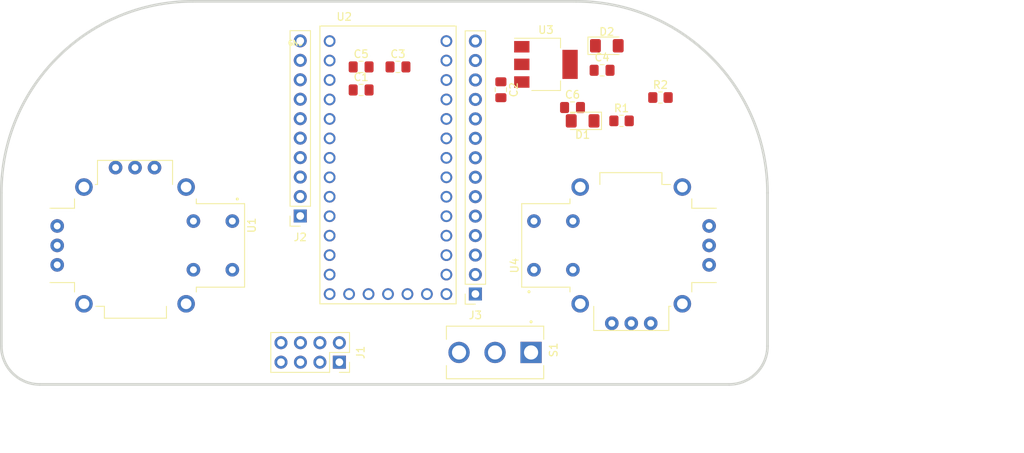
<source format=kicad_pcb>
(kicad_pcb (version 20211014) (generator pcbnew)
  (layers (0 "F.Cu" signal) (31 "B.Cu" signal) (34 "B.Paste" user) (35 "F.Paste" user) (36 "B.SilkS" user "B.Silkscreen") (37 "F.SilkS" user "F.Silkscreen") (38 "B.Mask" user) (39 "F.Mask" user) (44 "Edge.Cuts" user))
  (net 0 "")
  (net 1 "+5V")
  (net 2 "GND")
  (net 3 "3.3V")
  (net 4 "Net-(D1-Pad1)")
  (net 5 "MANUAL")
  (net 6 "Net-(D2-Pad1)")
  (net 7 "AUTO")
  (net 8 "CS")
  (net 9 "CE")
  (net 10 "MOSI")
  (net 11 "SCK")
  (net 13 "MISO")
  (net 14 "Net-(J2-Pad1)")
  (net 15 "Net-(J2-Pad2)")
  (net 16 "Net-(J2-Pad3)")
  (net 17 "LEFT_B")
  (net 18 "LEFT_H")
  (net 19 "LEFT_V")
  (net 20 "Net-(J2-Pad7)")
  (net 21 "Net-(J2-Pad8)")
  (net 22 "Net-(J2-Pad9)")
  (net 23 "AUTO_MODE")
  (net 24 "MANUAL_MODE")
  (net 25 "RIGHT_V")
  (net 26 "RIGHT_H")
  (net 27 "RIGHT_B")
  (net 28 "Net-(J3-Pad9)")
  (net 29 "Net-(J3-Pad10)")
  (net 30 "Net-(J3-Pad11)")
  (net 31 "Net-(J3-Pad12)")
  (footprint "Connector_PinSocket_2.54mm:PinSocket_1x14_P2.54mm_Vertical" (layer "F.Cu") (at 138.405 138.42 180)
    (fp_text reference "J3" (at 0 -2.77) (layer "F.SilkS"))
    (fp_text value "Conn_01x14_Female")
    (fp_line (start 0 -1.33) (end 1.33 -1.33) (layer "F.SilkS") (width 0.12))
    (fp_line (start 1.33 1.27) (end 1.33 34.35) (layer "F.SilkS") (width 0.12))
    (fp_line (start 1.33 -1.33) (end 1.33 0) (layer "F.SilkS") (width 0.12))
    (fp_line (start -1.33 1.27) (end 1.33 1.27) (layer "F.SilkS") (width 0.12))
    (fp_line (start -1.33 34.35) (end 1.33 34.35) (layer "F.SilkS") (width 0.12))
    (fp_line (start -1.33 1.27) (end -1.33 34.35) (layer "F.SilkS") (width 0.12))
    (pad "1" thru_hole rect (at 0 0 180) (size 1.7 1.7) (drill 1) (layers *.Cu *.Mask) (net 11 "SCK"))
    (pad "2" thru_hole oval (at 0 2.54 180) (size 1.7 1.7) (drill 1) (layers *.Cu *.Mask) (net 7 "AUTO"))
    (pad "3" thru_hole oval (at 0 5.08 180) (size 1.7 1.7) (drill 1) (layers *.Cu *.Mask) (net 5 "MANUAL"))
    (pad "4" thru_hole oval (at 0 7.62 180) (size 1.7 1.7) (drill 1) (layers *.Cu *.Mask) (net 23 "AUTO_MODE"))
    (pad "5" thru_hole oval (at 0 10.16 180) (size 1.7 1.7) (drill 1) (layers *.Cu *.Mask) (net 24 "MANUAL_MODE"))
    (pad "6" thru_hole oval (at 0 12.7 180) (size 1.7 1.7) (drill 1) (layers *.Cu *.Mask) (net 25 "RIGHT_V"))
    (pad "7" thru_hole oval (at 0 15.24 180) (size 1.7 1.7) (drill 1) (layers *.Cu *.Mask) (net 26 "RIGHT_H"))
    (pad "8" thru_hole oval (at 0 17.78 180) (size 1.7 1.7) (drill 1) (layers *.Cu *.Mask) (net 27 "RIGHT_B"))
    (pad "9" thru_hole oval (at 0 20.32 180) (size 1.7 1.7) (drill 1) (layers *.Cu *.Mask) (net 28 "Net-(J3-Pad9)"))
    (pad "10" thru_hole oval (at 0 22.86 180) (size 1.7 1.7) (drill 1) (layers *.Cu *.Mask) (net 29 "Net-(J3-Pad10)"))
    (pad "11" thru_hole oval (at 0 25.4 180) (size 1.7 1.7) (drill 1) (layers *.Cu *.Mask) (net 30 "Net-(J3-Pad11)"))
    (pad "12" thru_hole oval (at 0 27.94 180) (size 1.7 1.7) (drill 1) (layers *.Cu *.Mask) (net 31 "Net-(J3-Pad12)"))
    (pad "13" thru_hole oval (at 0 30.48 180) (size 1.7 1.7) (drill 1) (layers *.Cu *.Mask) (net 2 "GND"))
    (pad "14" thru_hole oval (at 0 33.02 180) (size 1.7 1.7) (drill 1) (layers *.Cu *.Mask) (net 1 "+5V"))
  )
  (footprint "COM-09032-Analog_Stick:XDCR_COM-09032" (layer "F.Cu") (at 93.98 132.08 -90)
    (fp_text reference "U1" (at -2.625 -15.235 90) (layer "F.SilkS"))
    (fp_text value "LEFT_STICK")
    (fp_line (start 9.5 4) (end 7.95 4) (layer "F.SilkS") (width 0.127))
    (fp_line (start 5.45 -8) (end 6.08 -8) (layer "F.SilkS") (width 0.127))
    (fp_line (start 4.85 7.9) (end 4.85 11.1) (layer "F.SilkS") (width 0.127))
    (fp_line (start -4.85 7.9) (end -6.07 7.9) (layer "F.SilkS") (width 0.127))
    (fp_line (start -6.07 -8) (end -5.45 -8) (layer "F.SilkS") (width 0.127))
    (fp_line (start -11.1 4.9) (end -11.1 -4.9) (layer "F.SilkS") (width 0.127))
    (fp_line (start -11.1 -4.9) (end -7.95 -4.9) (layer "F.SilkS") (width 0.127))
    (fp_line (start 9.5 -4.1) (end 9.5 4) (layer "F.SilkS") (width 0.127))
    (fp_line (start 7.95 4) (end 7.95 5.12) (layer "F.SilkS") (width 0.127))
    (fp_line (start 5.45 -14.3) (end 5.45 -8) (layer "F.SilkS") (width 0.127))
    (fp_line (start -4.85 11.1) (end -4.85 7.9) (layer "F.SilkS") (width 0.127))
    (fp_line (start 6.08 7.9) (end 4.85 7.9) (layer "F.SilkS") (width 0.127))
    (fp_line (start -5.45 -8) (end -5.45 -14.3) (layer "F.SilkS") (width 0.127))
    (fp_line (start -5.45 -14.3) (end 5.45 -14.3) (layer "F.SilkS") (width 0.127))
    (fp_line (start 7.95 -4.1) (end 9.5 -4.1) (layer "F.SilkS") (width 0.127))
    (fp_line (start -7.95 4.9) (end -11.1 4.9) (layer "F.SilkS") (width 0.127))
    (fp_line (start -7.95 5.17) (end -7.95 4.9) (layer "F.SilkS") (width 0.127))
    (fp_circle (center -6.05 -13.35) (end -5.95 -13.35) (layer "F.SilkS") (width 0.2) (fill none))
    (pad "B1A" thru_hole circle locked (at -3.175 -12.7 270) (size 1.778 1.778) (drill 0.9) (layers *.Cu *.Mask) (net 17 "LEFT_B"))
    (pad "B1B" thru_hole circle locked (at 3.175 -12.7 270) (size 1.778 1.778) (drill 0.9) (layers *.Cu *.Mask))
    (pad "B2A" thru_hole circle locked (at -3.175 -7.62 270) (size 1.778 1.778) (drill 0.9) (layers *.Cu *.Mask) (net 2 "GND"))
    (pad "B2B" thru_hole circle locked (at 3.175 -7.62 270) (size 1.778 1.778) (drill 0.9) (layers *.Cu *.Mask))
    (pad "H1" thru_hole circle locked (at -2.54 10.16 270) (size 1.778 1.778) (drill 0.889) (layers *.Cu *.Mask) (net 3 "3.3V"))
    (pad "H2" thru_hole circle locked (at 0 10.16 270) (size 1.778 1.778) (drill 0.889) (layers *.Cu *.Mask) (net 18 "LEFT_H"))
    (pad "H3" thru_hole circle locked (at 2.54 10.16 270) (size 1.778 1.778) (drill 0.889) (layers *.Cu *.Mask) (net 2 "GND"))
    (pad "S1" thru_hole circle locked (at -7.62 -6.6675 270) (size 2.286 2.286) (drill 1.397) (layers *.Cu *.Mask) (net 2 "GND"))
    (pad "S2" thru_hole circle locked (at -7.62 6.6675 270) (size 2.286 2.286) (drill 1.397) (layers *.Cu *.Mask) (net 2 "GND"))
    (pad "S3" thru_hole circle locked (at 7.62 6.6675 270) (size 2.286 2.286) (drill 1.397) (layers *.Cu *.Mask) (net 2 "GND"))
    (pad "S4" thru_hole circle locked (at 7.62 -6.6675 270) (size 2.286 2.286) (drill 1.397) (layers *.Cu *.Mask) (net 2 "GND"))
    (pad "V1" thru_hole circle locked (at -10.16 -2.54 270) (size 1.778 1.778) (drill 0.889) (layers *.Cu *.Mask) (net 3 "3.3V"))
    (pad "V2" thru_hole circle locked (at -10.16 0 270) (size 1.778 1.778) (drill 0.889) (layers *.Cu *.Mask) (net 19 "LEFT_V"))
    (pad "V3" thru_hole circle locked (at -10.16 2.54 270) (size 1.778 1.778) (drill 0.889) (layers *.Cu *.Mask) (net 2 "GND"))
  )
  (footprint "SPDT_Toggle_Switch:SW_100SP1T1B4M2QE" (layer "F.Cu") (at 140.97 146.05 -90)
    (fp_text reference "S1" (at -0.325 -7.635 90) (layer "F.SilkS"))
    (fp_text value "SW_SPDT_MODE")
    (fp_line (start -3.43 6.35) (end -3.43 -6.35) (layer "F.SilkS") (width 0.127))
    (fp_line (start -1.71 -6.35) (end -3.43 -6.35) (layer "F.SilkS") (width 0.127))
    (fp_line (start 3.43 -6.35) (end 1.71 -6.35) (layer "F.SilkS") (width 0.127))
    (fp_line (start 3.43 -6.35) (end 3.43 6.35) (layer "F.SilkS") (width 0.127))
    (fp_line (start -1.71 6.35) (end -3.43 6.35) (layer "F.SilkS") (width 0.127))
    (fp_line (start 3.43 6.35) (end 1.71 6.35) (layer "F.SilkS") (width 0.127))
    (fp_circle (center -4 -4.7) (end -3.9 -4.7) (layer "F.SilkS") (width 0.2) (fill none))
    (pad "1" thru_hole rect locked (at 0 -4.7 270) (size 2.775 2.775) (drill 1.85) (layers *.Cu *.Mask) (net 24 "MANUAL_MODE"))
    (pad "2" thru_hole circle locked (at 0 0 270) (size 2.775 2.775) (drill 1.85) (layers *.Cu *.Mask) (net 2 "GND"))
    (pad "3" thru_hole circle locked (at 0 4.7 270) (size 2.775 2.775) (drill 1.85) (layers *.Cu *.Mask) (net 23 "AUTO_MODE"))
  )
  (footprint "LED_SMD:LED_1206_3216Metric_Pad1.42x1.75mm_HandSolder" (layer "F.Cu") (at 152.4 115.824 180)
    (fp_text reference "D1" (at 0 -1.82) (layer "F.SilkS"))
    (fp_text value "MANUAL")
    (fp_line (start -2.46 1.135) (end 1.6 1.135) (layer "F.SilkS") (width 0.12))
    (fp_line (start 1.6 -1.135) (end -2.46 -1.135) (layer "F.SilkS") (width 0.12))
    (fp_line (start -2.46 -1.135) (end -2.46 1.135) (layer "F.SilkS") (width 0.12))
    (pad "1" smd roundrect (at -1.4875 0 180) (size 1.425 1.75) (layers "F.Cu" "F.Paste" "F.Mask") (roundrect_rratio 0.175439) (net 4 "Net-(D1-Pad1)"))
    (pad "2" smd roundrect (at 1.4875 0 180) (size 1.425 1.75) (layers "F.Cu" "F.Paste" "F.Mask") (roundrect_rratio 0.175439) (net 5 "MANUAL"))
  )
  (footprint "Package_TO_SOT_SMD:SOT-223-3_TabPin2" (layer "F.Cu") (at 147.61 108.45)
    (fp_text reference "U3" (at 0 -4.5) (layer "F.SilkS"))
    (fp_text value "LD1117S33TR_SOT223")
    (fp_line (start -1.85 3.41) (end 1.91 3.41) (layer "F.SilkS") (width 0.12))
    (fp_line (start 1.91 -3.41) (end 1.91 -2.15) (layer "F.SilkS") (width 0.12))
    (fp_line (start -4.1 -3.41) (end 1.91 -3.41) (layer "F.SilkS") (width 0.12))
    (fp_line (start 1.91 3.41) (end 1.91 2.15) (layer "F.SilkS") (width 0.12))
    (pad "1" smd rect (at -3.15 -2.3) (size 2 1.5) (layers "F.Cu" "F.Paste" "F.Mask") (net 2 "GND"))
    (pad "2" smd rect (at -3.15 0) (size 2 1.5) (layers "F.Cu" "F.Paste" "F.Mask") (net 3 "3.3V"))
    (pad "2" smd rect (at 3.15 0) (size 2 3.8) (layers "F.Cu" "F.Paste" "F.Mask") (net 3 "3.3V"))
    (pad "3" smd rect (at -3.15 2.3) (size 2 1.5) (layers "F.Cu" "F.Paste" "F.Mask") (net 1 "+5V"))
  )
  (footprint "Capacitor_SMD:C_0805_2012Metric_Pad1.18x1.45mm_HandSolder" (layer "F.Cu") (at 141.732 111.76 -90)
    (fp_text reference "C2" (at 0 -1.68 90) (layer "F.SilkS"))
    (fp_text value "100n")
    (fp_line (start -0.261252 -0.735) (end 0.261252 -0.735) (layer "F.SilkS") (width 0.12))
    (fp_line (start -0.261252 0.735) (end 0.261252 0.735) (layer "F.SilkS") (width 0.12))
    (pad "1" smd roundrect (at -1.0375 0 270) (size 1.175 1.45) (layers "F.Cu" "F.Paste" "F.Mask") (roundrect_rratio 0.212766) (net 1 "+5V"))
    (pad "2" smd roundrect (at 1.0375 0 270) (size 1.175 1.45) (layers "F.Cu" "F.Paste" "F.Mask") (roundrect_rratio 0.212766) (net 2 "GND"))
  )
  (footprint "Connector_PinSocket_2.54mm:PinSocket_2x04_P2.54mm_Vertical" (layer "F.Cu") (at 120.65 147.32 -90)
    (fp_text reference "J1" (at -1.27 -2.77 90) (layer "F.SilkS"))
    (fp_text value "NRF24L01")
    (fp_line (start 0 -1.33) (end 1.33 -1.33) (layer "F.SilkS") (width 0.12))
    (fp_line (start -3.87 8.95) (end 1.33 8.95) (layer "F.SilkS") (width 0.12))
    (fp_line (start 1.33 -1.33) (end 1.33 0) (layer "F.SilkS") (width 0.12))
    (fp_line (start -3.87 -1.33) (end -3.87 8.95) (layer "F.SilkS") (width 0.12))
    (fp_line (start 1.33 1.27) (end 1.33 8.95) (layer "F.SilkS") (width 0.12))
    (fp_line (start -1.27 -1.33) (end -1.27 1.27) (layer "F.SilkS") (width 0.12))
    (fp_line (start -3.87 -1.33) (end -1.27 -1.33) (layer "F.SilkS") (width 0.12))
    (fp_line (start -1.27 1.27) (end 1.33 1.27) (layer "F.SilkS") (width 0.12))
    (pad "1" thru_hole rect (at 0 0 270) (size 1.7 1.7) (drill 1) (layers *.Cu *.Mask) (net 3 "3.3V"))
    (pad "2" thru_hole oval (at -2.54 0 270) (size 1.7 1.7) (drill 1) (layers *.Cu *.Mask) (net 2 "GND"))
    (pad "3" thru_hole oval (at 0 2.54 270) (size 1.7 1.7) (drill 1) (layers *.Cu *.Mask) (net 8 "CS"))
    (pad "4" thru_hole oval (at -2.54 2.54 270) (size 1.7 1.7) (drill 1) (layers *.Cu *.Mask) (net 9 "CE"))
    (pad "5" thru_hole oval (at 0 5.08 270) (size 1.7 1.7) (drill 1) (layers *.Cu *.Mask) (net 10 "MOSI"))
    (pad "6" thru_hole oval (at -2.54 5.08 270) (size 1.7 1.7) (drill 1) (layers *.Cu *.Mask) (net 11 "SCK"))
    (pad "7" thru_hole oval (at 0 7.62 270) (size 1.7 1.7) (drill 1) (layers *.Cu *.Mask))
    (pad "8" thru_hole oval (at -2.54 7.62 270) (size 1.7 1.7) (drill 1) (layers *.Cu *.Mask) (net 13 "MISO"))
  )
  (footprint "Capacitor_SMD:C_0805_2012Metric_Pad1.18x1.45mm_HandSolder" (layer "F.Cu") (at 151.08 114.08)
    (fp_text reference "C6" (at 0 -1.68) (layer "F.SilkS"))
    (fp_text value "10u")
    (fp_line (start -0.261252 0.735) (end 0.261252 0.735) (layer "F.SilkS") (width 0.12))
    (fp_line (start -0.261252 -0.735) (end 0.261252 -0.735) (layer "F.SilkS") (width 0.12))
    (pad "1" smd roundrect (at -1.0375 0) (size 1.175 1.45) (layers "F.Cu" "F.Paste" "F.Mask") (roundrect_rratio 0.212766) (net 3 "3.3V"))
    (pad "2" smd roundrect (at 1.0375 0) (size 1.175 1.45) (layers "F.Cu" "F.Paste" "F.Mask") (roundrect_rratio 0.212766) (net 2 "GND"))
  )
  (footprint "Capacitor_SMD:C_0805_2012Metric_Pad1.18x1.45mm_HandSolder" (layer "F.Cu") (at 154.94 109.22)
    (fp_text reference "C4" (at 0 -1.68) (layer "F.SilkS"))
    (fp_text value "100n")
    (fp_line (start -0.261252 -0.735) (end 0.261252 -0.735) (layer "F.SilkS") (width 0.12))
    (fp_line (start -0.261252 0.735) (end 0.261252 0.735) (layer "F.SilkS") (width 0.12))
    (pad "1" smd roundrect (at -1.0375 0) (size 1.175 1.45) (layers "F.Cu" "F.Paste" "F.Mask") (roundrect_rratio 0.212766) (net 3 "3.3V"))
    (pad "2" smd roundrect (at 1.0375 0) (size 1.175 1.45) (layers "F.Cu" "F.Paste" "F.Mask") (roundrect_rratio 0.212766) (net 2 "GND"))
  )
  (footprint "LED_SMD:LED_1206_3216Metric_Pad1.42x1.75mm_HandSolder" (layer "F.Cu") (at 155.555 106.02)
    (fp_text reference "D2" (at 0 -1.82) (layer "F.SilkS"))
    (fp_text value "AUTO")
    (fp_line (start 1.6 -1.135) (end -2.46 -1.135) (layer "F.SilkS") (width 0.12))
    (fp_line (start -2.46 1.135) (end 1.6 1.135) (layer "F.SilkS") (width 0.12))
    (fp_line (start -2.46 -1.135) (end -2.46 1.135) (layer "F.SilkS") (width 0.12))
    (pad "1" smd roundrect (at -1.4875 0) (size 1.425 1.75) (layers "F.Cu" "F.Paste" "F.Mask") (roundrect_rratio 0.175439) (net 6 "Net-(D2-Pad1)"))
    (pad "2" smd roundrect (at 1.4875 0) (size 1.425 1.75) (layers "F.Cu" "F.Paste" "F.Mask") (roundrect_rratio 0.175439) (net 7 "AUTO"))
  )
  (footprint "Capacitor_SMD:C_0805_2012Metric_Pad1.18x1.45mm_HandSolder" (layer "F.Cu") (at 123.49 111.79)
    (fp_text reference "C1" (at 0 -1.68) (layer "F.SilkS"))
    (fp_text value "4.7u")
    (fp_line (start -0.261252 -0.735) (end 0.261252 -0.735) (layer "F.SilkS") (width 0.12))
    (fp_line (start -0.261252 0.735) (end 0.261252 0.735) (layer "F.SilkS") (width 0.12))
    (pad "1" smd roundrect (at -1.0375 0) (size 1.175 1.45) (layers "F.Cu" "F.Paste" "F.Mask") (roundrect_rratio 0.212766) (net 1 "+5V"))
    (pad "2" smd roundrect (at 1.0375 0) (size 1.175 1.45) (layers "F.Cu" "F.Paste" "F.Mask") (roundrect_rratio 0.212766) (net 2 "GND"))
  )
  (footprint "Connector_PinSocket_2.54mm:PinSocket_1x10_P2.54mm_Vertical" (layer "F.Cu") (at 115.545 128.24 180)
    (fp_text reference "J2" (at 0 -2.77) (layer "F.SilkS"))
    (fp_text value "Conn_01x10_Female")
    (fp_line (start -1.33 24.19) (end 1.33 24.19) (layer "F.SilkS") (width 0.12))
    (fp_line (start 0 -1.33) (end 1.33 -1.33) (layer "F.SilkS") (width 0.12))
    (fp_line (start 1.33 -1.33) (end 1.33 0) (layer "F.SilkS") (width 0.12))
    (fp_line (start -1.33 1.27) (end -1.33 24.19) (layer "F.SilkS") (width 0.12))
    (fp_line (start -1.33 1.27) (end 1.33 1.27) (layer "F.SilkS") (width 0.12))
    (fp_line (start 1.33 1.27) (end 1.33 24.19) (layer "F.SilkS") (width 0.12))
    (pad "1" thru_hole rect (at 0 0 180) (size 1.7 1.7) (drill 1) (layers *.Cu *.Mask) (net 14 "Net-(J2-Pad1)"))
    (pad "2" thru_hole oval (at 0 2.54 180) (size 1.7 1.7) (drill 1) (layers *.Cu *.Mask) (net 15 "Net-(J2-Pad2)"))
    (pad "3" thru_hole oval (at 0 5.08 180) (size 1.7 1.7) (drill 1) (layers *.Cu *.Mask) (net 16 "Net-(J2-Pad3)"))
    (pad "4" thru_hole oval (at 0 7.62 180) (size 1.7 1.7) (drill 1) (layers *.Cu *.Mask) (net 17 "LEFT_B"))
    (pad "5" thru_hole oval (at 0 10.16 180) (size 1.7 1.7) (drill 1) (layers *.Cu *.Mask) (net 18 "LEFT_H"))
    (pad "6" thru_hole oval (at 0 12.7 180) (size 1.7 1.7) (drill 1) (layers *.Cu *.Mask) (net 19 "LEFT_V"))
    (pad "7" thru_hole oval (at 0 15.24 180) (size 1.7 1.7) (drill 1) (layers *.Cu *.Mask) (net 20 "Net-(J2-Pad7)"))
    (pad "8" thru_hole oval (at 0 17.78 180) (size 1.7 1.7) (drill 1) (layers *.Cu *.Mask) (net 21 "Net-(J2-Pad8)"))
    (pad "9" thru_hole oval (at 0 20.32 180) (size 1.7 1.7) (drill 1) (layers *.Cu *.Mask) (net 22 "Net-(J2-Pad9)"))
    (pad "10" thru_hole oval (at 0 22.86 180) (size 1.7 1.7) (drill 1) (layers *.Cu *.Mask) (net 2 "GND"))
  )
  (footprint "Teensy 4.0:MODULE_DEV-15583" (layer "F.Cu") (at 127 121.92)
    (fp_text reference "U2" (at -5.715 -19.685) (layer "F.SilkS"))
    (fp_text value "Teensy4.0")
    (fp_text user "GND" (at -12.065 -16.256) (layer "F.SilkS") (effects (font (size 0.64 0.64))))
    (fp_line (start 8.89 17.78) (end -8.89 17.78) (layer "F.SilkS") (width 0.127))
    (fp_line (start -8.89 17.78) (end -8.89 -18.48) (layer "F.SilkS") (width 0.127))
    (fp_line (start -8.89 -18.48) (end 8.89 -18.48) (layer "F.SilkS") (width 0.127))
    (fp_line (start 8.89 -18.48) (end 8.89 17.78) (layer "F.SilkS") (width 0.127))
    (pad "0" thru_hole circle (at -7.62 -13.97) (size 1.53 1.53) (drill 1.02) (layers *.Cu *.Mask) (net 22 "Net-(J2-Pad9)"))
    (pad "1" thru_hole circle (at -7.62 -11.43) (size 1.53 1.53) (drill 1.02) (layers *.Cu *.Mask) (net 21 "Net-(J2-Pad8)"))
    (pad "2" thru_hole circle (at -7.62 -8.89) (size 1.53 1.53) (drill 1.02) (layers *.Cu *.Mask) (net 20 "Net-(J2-Pad7)"))
    (pad "3" thru_hole circle (at -7.62 -6.35) (size 1.53 1.53) (drill 1.02) (layers *.Cu *.Mask) (net 19 "LEFT_V"))
    (pad "3.3V_1" thru_hole circle (at -2.54 16.51) (size 1.53 1.53) (drill 1.02) (layers *.Cu *.Mask))
    (pad "3.3V_2" thru_hole circle (at 7.62 -11.43) (size 1.53 1.53) (drill 1.02) (layers *.Cu *.Mask) (net 31 "Net-(J3-Pad12)"))
    (pad "4" thru_hole circle (at -7.62 -3.81) (size 1.53 1.53) (drill 1.02) (layers *.Cu *.Mask) (net 18 "LEFT_H"))
    (pad "5" thru_hole circle (at -7.62 -1.27) (size 1.53 1.53) (drill 1.02) (layers *.Cu *.Mask) (net 17 "LEFT_B"))
    (pad "6" thru_hole circle (at -7.62 1.27) (size 1.53 1.53) (drill 1.02) (layers *.Cu *.Mask) (net 16 "Net-(J2-Pad3)"))
    (pad "7" thru_hole circle (at -7.62 3.81) (size 1.53 1.53) (drill 1.02) (layers *.Cu *.Mask) (net 15 "Net-(J2-Pad2)"))
    (pad "8" thru_hole circle (at -7.62 6.35) (size 1.53 1.53) (drill 1.02) (layers *.Cu *.Mask) (net 14 "Net-(J2-Pad1)"))
    (pad "9" thru_hole circle (at -7.62 8.89) (size 1.53 1.53) (drill 1.02) (layers *.Cu *.Mask) (net 9 "CE"))
    (pad "10" thru_hole circle (at -7.62 11.43) (size 1.53 1.53) (drill 1.02) (layers *.Cu *.Mask) (net 8 "CS"))
    (pad "11" thru_hole circle (at -7.62 13.97) (size 1.53 1.53) (drill 1.02) (layers *.Cu *.Mask) (net 10 "MOSI"))
    (pad "12" thru_hole circle (at -7.62 16.51) (size 1.53 1.53) (drill 1.02) (layers *.Cu *.Mask) (net 13 "MISO"))
    (pad "13" thru_hole circle (at 7.62 16.51) (size 1.53 1.53) (drill 1.02) (layers *.Cu *.Mask) (net 11 "SCK"))
    (pad "14" thru_hole circle (at 7.62 13.97) (size 1.53 1.53) (drill 1.02) (layers *.Cu *.Mask) (net 7 "AUTO"))
    (pad "15" thru_hole circle (at 7.62 11.43) (size 1.53 1.53) (drill 1.02) (layers *.Cu *.Mask) (net 5 "MANUAL"))
    (pad "16" thru_hole circle (at 7.62 8.89) (size 1.53 1.53) (drill 1.02) (layers *.Cu *.Mask) (net 23 "AUTO_MODE"))
    (pad "17" thru_hole circle (at 7.62 6.35) (size 1.53 1.53) (drill 1.02) (layers *.Cu *.Mask) (net 24 "MANUAL_MODE"))
    (pad "18" thru_hole circle (at 7.62 3.81) (size 1.53 1.53) (drill 1.02) (layers *.Cu *.Mask) (net 25 "RIGHT_V"))
    (pad "19" thru_hole circle (at 7.62 1.27) (size 1.53 1.53) (drill 1.02) (layers *.Cu *.Mask) (net 26 "RIGHT_H"))
    (pad "20" thru_hole circle (at 7.62 -1.27) (size 1.53 1.53) (drill 1.02) (layers *.Cu *.Mask) (net 27 "RIGHT_B"))
    (pad "21" thru_hole circle (at 7.62 -3.81) (size 1.53 1.53) (drill 1.02) (layers *.Cu *.Mask) (net 28 "Net-(J3-Pad9)"))
    (pad "22" thru_hole circle (at 7.62 -6.35) (size 1.53 1.53) (drill 1.02) (layers *.Cu *.Mask) (net 29 "Net-(J3-Pad10)"))
    (pad "23" thru_hole circle (at 7.62 -8.89) (size 1.53 1.53) (drill 1.02) (layers *.Cu *.Mask) (net 30 "Net-(J3-Pad11)"))
    (pad "G1" thru_hole circle (at -7.62 -16.51) (size 1.53 1.53) (drill 1.02) (layers *.Cu *.Mask) (net 2 "GND"))
    (pad "G2" thru_hole circle (at 0 16.51) (size 1.53 1.53) (drill 1.02) (layers *.Cu *.Mask) (net 2 "GND"))
    (pad "G3" thru_hole circle (at 7.62 -13.97) (size 1.53 1.53) (drill 1.02) (layers *.Cu *.Mask) (net 2 "GND"))
    (pad "ON-OFF" thru_hole circle (at 5.08 16.51) (size 1.53 1.53) (drill 1.02) (layers *.Cu *.Mask))
    (pad "PGM" thru_hole circle (at 2.54 16.51) (size 1.53 1.53) (drill 1.02) (layers *.Cu *.Mask))
    (pad "VBAT" thru_hole circle (at -5.08 16.51) (size 1.53 1.53) (drill 1.02) (layers *.Cu *.Mask))
    (pad "VIN" thru_hole circle (at 7.62 -16.51) (size 1.53 1.53) (drill 1.02) (layers *.Cu *.Mask) (net 1 "+5V"))
  )
  (footprint "Capacitor_SMD:C_0805_2012Metric_Pad1.18x1.45mm_HandSolder" (layer "F.Cu") (at 128.3 108.78)
    (fp_text reference "C3" (at 0 -1.68) (layer "F.SilkS"))
    (fp_text value "4.7u")
    (fp_line (start -0.261252 0.735) (end 0.261252 0.735) (layer "F.SilkS") (width 0.12))
    (fp_line (start -0.261252 -0.735) (end 0.261252 -0.735) (layer "F.SilkS") (width 0.12))
    (pad "1" smd roundrect (at -1.0375 0) (size 1.175 1.45) (layers "F.Cu" "F.Paste" "F.Mask") (roundrect_rratio 0.212766) (net 3 "3.3V"))
    (pad "2" smd roundrect (at 1.0375 0) (size 1.175 1.45) (layers "F.Cu" "F.Paste" "F.Mask") (roundrect_rratio 0.212766) (net 2 "GND"))
  )
  (footprint "COM-09032-Analog_Stick:XDCR_COM-09032" (layer "F.Cu") (at 158.75 132.08 90)
    (fp_text reference "U4" (at -2.625 -15.235 90) (layer "F.SilkS"))
    (fp_text value "RIGHT_STICK")
    (fp_line (start -7.95 4.9) (end -11.1 4.9) (layer "F.SilkS") (width 0.127))
    (fp_line (start -11.1 -4.9) (end -7.95 -4.9) (layer "F.SilkS") (width 0.127))
    (fp_line (start -4.85 7.9) (end -6.07 7.9) (layer "F.SilkS") (width 0.127))
    (fp_line (start -11.1 4.9) (end -11.1 -4.9) (layer "F.SilkS") (width 0.127))
    (fp_line (start -4.85 11.1) (end -4.85 7.9) (layer "F.SilkS") (width 0.127))
    (fp_line (start 5.45 -8) (end 6.08 -8) (layer "F.SilkS") (width 0.127))
    (fp_line (start 9.5 4) (end 7.95 4) (layer "F.SilkS") (width 0.127))
    (fp_line (start -5.45 -8) (end -5.45 -14.3) (layer "F.SilkS") (width 0.127))
    (fp_line (start 4.85 7.9) (end 4.85 11.1) (layer "F.SilkS") (width 0.127))
    (fp_line (start 9.5 -4.1) (end 9.5 4) (layer "F.SilkS") (width 0.127))
    (fp_line (start 6.08 7.9) (end 4.85 7.9) (layer "F.SilkS") (width 0.127))
    (fp_line (start 5.45 -14.3) (end 5.45 -8) (layer "F.SilkS") (width 0.127))
    (fp_line (start -7.95 5.17) (end -7.95 4.9) (layer "F.SilkS") (width 0.127))
    (fp_line (start -6.07 -8) (end -5.45 -8) (layer "F.SilkS") (width 0.127))
    (fp_line (start -5.45 -14.3) (end 5.45 -14.3) (layer "F.SilkS") (width 0.127))
    (fp_line (start 7.95 -4.1) (end 9.5 -4.1) (layer "F.SilkS") (width 0.127))
    (fp_line (start 7.95 4) (end 7.95 5.12) (layer "F.SilkS") (width 0.127))
    (fp_circle (center -6.05 -13.35) (end -5.95 -13.35) (layer "F.SilkS") (width 0.2) (fill none))
    (pad "B1A" thru_hole circle locked (at -3.175 -12.7 90) (size 1.778 1.778) (drill 0.9) (layers *.Cu *.Mask) (net 27 "RIGHT_B"))
    (pad "B1B" thru_hole circle locked (at 3.175 -12.7 90) (size 1.778 1.778) (drill 0.9) (layers *.Cu *.Mask))
    (pad "B2A" thru_hole circle locked (at -3.175 -7.62 90) (size 1.778 1.778) (drill 0.9) (layers *.Cu *.Mask) (net 2 "GND"))
    (pad "B2B" thru_hole circle locked (at 3.175 -7.62 90) (size 1.778 1.778) (drill 0.9) (layers *.Cu *.Mask))
    (pad "H1" thru_hole circle locked (at -2.54 10.16 90) (size 1.778 1.778) (drill 0.889) (layers *.Cu *.Mask) (net 3 "3.3V"))
    (pad "H2" thru_hole circle locked (at 0 10.16 90) (size 1.778 1.778) (drill 0.889) (layers *.Cu *.Mask) (net 26 "RIGHT_H"))
    (pad "H3" thru_hole circle locked (at 2.54 10.16 90) (size 1.778 1.778) (drill 0.889) (layers *.Cu *.Mask) (net 2 "GND"))
    (pad "S1" thru_hole circle locked (at -7.62 -6.6675 90) (size 2.286 2.286) (drill 1.397) (layers *.Cu *.Mask) (net 2 "GND"))
    (pad "S2" thru_hole circle locked (at -7.62 6.6675 90) (size 2.286 2.286) (drill 1.397) (layers *.Cu *.Mask) (net 2 "GND"))
    (pad "S3" thru_hole circle locked (at 7.62 6.6675 90) (size 2.286 2.286) (drill 1.397) (layers *.Cu *.Mask) (net 2 "GND"))
    (pad "S4" thru_hole circle locked (at 7.62 -6.6675 90) (size 2.286 2.286) (drill 1.397) (layers *.Cu *.Mask) (net 2 "GND"))
    (pad "V1" thru_hole circle locked (at -10.16 -2.54 90) (size 1.778 1.778) (drill 0.889) (layers *.Cu *.Mask) (net 3 "3.3V"))
    (pad "V2" thru_hole circle locked (at -10.16 0 90) (size 1.778 1.778) (drill 0.889) (layers *.Cu *.Mask) (net 25 "RIGHT_V"))
    (pad "V3" thru_hole circle locked (at -10.16 2.54 90) (size 1.778 1.778) (drill 0.889) (layers *.Cu *.Mask) (net 2 "GND"))
  )
  (footprint "Resistor_SMD:R_0805_2012Metric_Pad1.20x1.40mm_HandSolder" (layer "F.Cu") (at 162.56 112.776)
    (fp_text reference "R2" (at 0 -1.65) (layer "F.SilkS"))
    (fp_text value "220R")
    (fp_line (start -0.227064 0.735) (end 0.227064 0.735) (layer "F.SilkS") (width 0.12))
    (fp_line (start -0.227064 -0.735) (end 0.227064 -0.735) (layer "F.SilkS") (width 0.12))
    (pad "1" smd roundrect (at -1 0) (size 1.2 1.4) (layers "F.Cu" "F.Paste" "F.Mask") (roundrect_rratio 0.208333) (net 6 "Net-(D2-Pad1)"))
    (pad "2" smd roundrect (at 1 0) (size 1.2 1.4) (layers "F.Cu" "F.Paste" "F.Mask") (roundrect_rratio 0.208333) (net 2 "GND"))
  )
  (footprint "Resistor_SMD:R_0805_2012Metric_Pad1.20x1.40mm_HandSolder" (layer "F.Cu") (at 157.48 115.824)
    (fp_text reference "R1" (at 0 -1.65) (layer "F.SilkS"))
    (fp_text value "220R")
    (fp_line (start -0.227064 0.735) (end 0.227064 0.735) (layer "F.SilkS") (width 0.12))
    (fp_line (start -0.227064 -0.735) (end 0.227064 -0.735) (layer "F.SilkS") (width 0.12))
    (pad "1" smd roundrect (at -1 0) (size 1.2 1.4) (layers "F.Cu" "F.Paste" "F.Mask") (roundrect_rratio 0.208333) (net 4 "Net-(D1-Pad1)"))
    (pad "2" smd roundrect (at 1 0) (size 1.2 1.4) (layers "F.Cu" "F.Paste" "F.Mask") (roundrect_rratio 0.208333) (net 2 "GND"))
  )
  (footprint "Capacitor_SMD:C_0805_2012Metric_Pad1.18x1.45mm_HandSolder" (layer "F.Cu") (at 123.49 108.78)
    (fp_text reference "C5" (at 0 -1.68) (layer "F.SilkS"))
    (fp_text value "100n")
    (fp_line (start -0.261252 -0.735) (end 0.261252 -0.735) (layer "F.SilkS") (width 0.12))
    (fp_line (start -0.261252 0.735) (end 0.261252 0.735) (layer "F.SilkS") (width 0.12))
    (pad "1" smd roundrect (at -1.0375 0) (size 1.175 1.45) (layers "F.Cu" "F.Paste" "F.Mask") (roundrect_rratio 0.212766) (net 1 "+5V"))
    (pad "2" smd roundrect (at 1.0375 0) (size 1.175 1.45) (layers "F.Cu" "F.Paste" "F.Mask") (roundrect_rratio 0.212766) (net 2 "GND"))
  )
  (gr_curve (pts (xy 151.53 100.222) (xy 165.337118 100.222) (xy 176.53 111.414881) (xy 176.53 125.222)) (layer "Edge.Cuts") (width 0.35))
  (gr_curve (pts (xy 81.53 150.222) (xy 78.768576 150.222) (xy 76.53 147.983423) (xy 76.53 145.222)) (layer "Edge.Cuts") (width 0.35))
  (gr_curve (pts (xy 176.53 125.222) (xy 176.53 125.222) (xy 176.53 145.222) (xy 176.53 145.222)) (layer "Edge.Cuts") (width 0.35))
  (gr_curve (pts (xy 171.53 150.222) (xy 171.53 150.222) (xy 81.53 150.222) (xy 81.53 150.222)) (layer "Edge.Cuts") (width 0.35))
  (gr_curve (pts (xy 76.53 125.222) (xy 76.53 111.414881) (xy 87.722881 100.222) (xy 101.53 100.222)) (layer "Edge.Cuts") (width 0.35))
  (gr_curve (pts (xy 76.53 145.222) (xy 76.53 145.222) (xy 76.53 125.222) (xy 76.53 125.222)) (layer "Edge.Cuts") (width 0.35))
  (gr_curve (pts (xy 176.53 145.222) (xy 176.53 147.983423) (xy 174.291423 150.222) (xy 171.53 150.222)) (layer "Edge.Cuts") (width 0.35))
  (gr_curve (pts (xy 101.53 100.222) (xy 101.53 100.222) (xy 151.53 100.222) (xy 151.53 100.222)) (layer "Edge.Cuts") (width 0.35))
)
</source>
